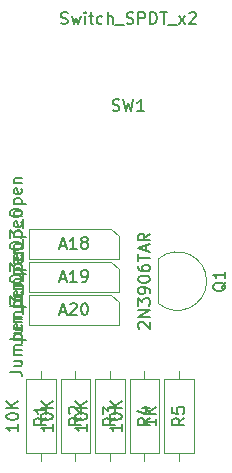
<source format=gbr>
G04 #@! TF.GenerationSoftware,KiCad,Pcbnew,(5.1.6-0-10_14)*
G04 #@! TF.CreationDate,2021-01-24T22:43:51+01:00*
G04 #@! TF.ProjectId,27c322,32376333-3232-42e6-9b69-6361645f7063,rev?*
G04 #@! TF.SameCoordinates,Original*
G04 #@! TF.FileFunction,Other,Fab,Top*
%FSLAX46Y46*%
G04 Gerber Fmt 4.6, Leading zero omitted, Abs format (unit mm)*
G04 Created by KiCad (PCBNEW (5.1.6-0-10_14)) date 2021-01-24 22:43:51*
%MOMM*%
%LPD*%
G01*
G04 APERTURE LIST*
%ADD10C,0.100000*%
%ADD11C,0.150000*%
G04 APERTURE END LIST*
D10*
X124333000Y-92710000D02*
X124333000Y-94615000D01*
X124333000Y-94615000D02*
X116713000Y-94615000D01*
X116713000Y-94615000D02*
X116713000Y-92075000D01*
X116713000Y-92075000D02*
X123698000Y-92075000D01*
X123698000Y-92075000D02*
X124333000Y-92710000D01*
X124333000Y-89916000D02*
X124333000Y-91821000D01*
X124333000Y-91821000D02*
X116713000Y-91821000D01*
X116713000Y-91821000D02*
X116713000Y-89281000D01*
X116713000Y-89281000D02*
X123698000Y-89281000D01*
X123698000Y-89281000D02*
X124333000Y-89916000D01*
X124333000Y-87122000D02*
X124333000Y-89027000D01*
X124333000Y-89027000D02*
X116713000Y-89027000D01*
X116713000Y-89027000D02*
X116713000Y-86487000D01*
X116713000Y-86487000D02*
X123698000Y-86487000D01*
X123698000Y-86487000D02*
X124333000Y-87122000D01*
X130663000Y-99212000D02*
X128163000Y-99212000D01*
X128163000Y-99212000D02*
X128163000Y-105512000D01*
X128163000Y-105512000D02*
X130663000Y-105512000D01*
X130663000Y-105512000D02*
X130663000Y-99212000D01*
X129413000Y-98552000D02*
X129413000Y-99212000D01*
X129413000Y-106172000D02*
X129413000Y-105512000D01*
X127742000Y-99212000D02*
X125242000Y-99212000D01*
X125242000Y-99212000D02*
X125242000Y-105512000D01*
X125242000Y-105512000D02*
X127742000Y-105512000D01*
X127742000Y-105512000D02*
X127742000Y-99212000D01*
X126492000Y-98552000D02*
X126492000Y-99212000D01*
X126492000Y-106172000D02*
X126492000Y-105512000D01*
X124821000Y-99212000D02*
X122321000Y-99212000D01*
X122321000Y-99212000D02*
X122321000Y-105512000D01*
X122321000Y-105512000D02*
X124821000Y-105512000D01*
X124821000Y-105512000D02*
X124821000Y-99212000D01*
X123571000Y-98552000D02*
X123571000Y-99212000D01*
X123571000Y-106172000D02*
X123571000Y-105512000D01*
X121900000Y-99212000D02*
X119400000Y-99212000D01*
X119400000Y-99212000D02*
X119400000Y-105512000D01*
X119400000Y-105512000D02*
X121900000Y-105512000D01*
X121900000Y-105512000D02*
X121900000Y-99212000D01*
X120650000Y-98552000D02*
X120650000Y-99212000D01*
X120650000Y-106172000D02*
X120650000Y-105512000D01*
X118979000Y-99212000D02*
X116479000Y-99212000D01*
X116479000Y-99212000D02*
X116479000Y-105512000D01*
X116479000Y-105512000D02*
X118979000Y-105512000D01*
X118979000Y-105512000D02*
X118979000Y-99212000D01*
X117729000Y-98552000D02*
X117729000Y-99212000D01*
X117729000Y-106172000D02*
X117729000Y-105512000D01*
X127686000Y-89042000D02*
X127686000Y-92792000D01*
X127693453Y-92833103D02*
G75*
G03*
X131766000Y-90932000I1592547J1901103D01*
G01*
X127683615Y-89039182D02*
G75*
G02*
X131766000Y-90932000I1602385J-1892818D01*
G01*
D11*
X115105380Y-98606904D02*
X115819666Y-98606904D01*
X115962523Y-98654523D01*
X116057761Y-98749761D01*
X116105380Y-98892619D01*
X116105380Y-98987857D01*
X115438714Y-97702142D02*
X116105380Y-97702142D01*
X115438714Y-98130714D02*
X115962523Y-98130714D01*
X116057761Y-98083095D01*
X116105380Y-97987857D01*
X116105380Y-97845000D01*
X116057761Y-97749761D01*
X116010142Y-97702142D01*
X116105380Y-97225952D02*
X115438714Y-97225952D01*
X115533952Y-97225952D02*
X115486333Y-97178333D01*
X115438714Y-97083095D01*
X115438714Y-96940238D01*
X115486333Y-96845000D01*
X115581571Y-96797380D01*
X116105380Y-96797380D01*
X115581571Y-96797380D02*
X115486333Y-96749761D01*
X115438714Y-96654523D01*
X115438714Y-96511666D01*
X115486333Y-96416428D01*
X115581571Y-96368809D01*
X116105380Y-96368809D01*
X115438714Y-95892619D02*
X116438714Y-95892619D01*
X115486333Y-95892619D02*
X115438714Y-95797380D01*
X115438714Y-95606904D01*
X115486333Y-95511666D01*
X115533952Y-95464047D01*
X115629190Y-95416428D01*
X115914904Y-95416428D01*
X116010142Y-95464047D01*
X116057761Y-95511666D01*
X116105380Y-95606904D01*
X116105380Y-95797380D01*
X116057761Y-95892619D01*
X116057761Y-94606904D02*
X116105380Y-94702142D01*
X116105380Y-94892619D01*
X116057761Y-94987857D01*
X115962523Y-95035476D01*
X115581571Y-95035476D01*
X115486333Y-94987857D01*
X115438714Y-94892619D01*
X115438714Y-94702142D01*
X115486333Y-94606904D01*
X115581571Y-94559285D01*
X115676809Y-94559285D01*
X115772047Y-95035476D01*
X116105380Y-94130714D02*
X115438714Y-94130714D01*
X115629190Y-94130714D02*
X115533952Y-94083095D01*
X115486333Y-94035476D01*
X115438714Y-93940238D01*
X115438714Y-93845000D01*
X116200619Y-93749761D02*
X116200619Y-92987857D01*
X115105380Y-92845000D02*
X115105380Y-92225952D01*
X115486333Y-92559285D01*
X115486333Y-92416428D01*
X115533952Y-92321190D01*
X115581571Y-92273571D01*
X115676809Y-92225952D01*
X115914904Y-92225952D01*
X116010142Y-92273571D01*
X116057761Y-92321190D01*
X116105380Y-92416428D01*
X116105380Y-92702142D01*
X116057761Y-92797380D01*
X116010142Y-92845000D01*
X116200619Y-92035476D02*
X116200619Y-91273571D01*
X115105380Y-90845000D02*
X115105380Y-90654523D01*
X115153000Y-90559285D01*
X115248238Y-90464047D01*
X115438714Y-90416428D01*
X115772047Y-90416428D01*
X115962523Y-90464047D01*
X116057761Y-90559285D01*
X116105380Y-90654523D01*
X116105380Y-90845000D01*
X116057761Y-90940238D01*
X115962523Y-91035476D01*
X115772047Y-91083095D01*
X115438714Y-91083095D01*
X115248238Y-91035476D01*
X115153000Y-90940238D01*
X115105380Y-90845000D01*
X115438714Y-89987857D02*
X116438714Y-89987857D01*
X115486333Y-89987857D02*
X115438714Y-89892619D01*
X115438714Y-89702142D01*
X115486333Y-89606904D01*
X115533952Y-89559285D01*
X115629190Y-89511666D01*
X115914904Y-89511666D01*
X116010142Y-89559285D01*
X116057761Y-89606904D01*
X116105380Y-89702142D01*
X116105380Y-89892619D01*
X116057761Y-89987857D01*
X116057761Y-88702142D02*
X116105380Y-88797380D01*
X116105380Y-88987857D01*
X116057761Y-89083095D01*
X115962523Y-89130714D01*
X115581571Y-89130714D01*
X115486333Y-89083095D01*
X115438714Y-88987857D01*
X115438714Y-88797380D01*
X115486333Y-88702142D01*
X115581571Y-88654523D01*
X115676809Y-88654523D01*
X115772047Y-89130714D01*
X115438714Y-88225952D02*
X116105380Y-88225952D01*
X115533952Y-88225952D02*
X115486333Y-88178333D01*
X115438714Y-88083095D01*
X115438714Y-87940238D01*
X115486333Y-87845000D01*
X115581571Y-87797380D01*
X116105380Y-87797380D01*
X119332523Y-93511666D02*
X119808714Y-93511666D01*
X119237285Y-93797380D02*
X119570619Y-92797380D01*
X119903952Y-93797380D01*
X120189666Y-92892619D02*
X120237285Y-92845000D01*
X120332523Y-92797380D01*
X120570619Y-92797380D01*
X120665857Y-92845000D01*
X120713476Y-92892619D01*
X120761095Y-92987857D01*
X120761095Y-93083095D01*
X120713476Y-93225952D01*
X120142047Y-93797380D01*
X120761095Y-93797380D01*
X121380142Y-92797380D02*
X121475380Y-92797380D01*
X121570619Y-92845000D01*
X121618238Y-92892619D01*
X121665857Y-92987857D01*
X121713476Y-93178333D01*
X121713476Y-93416428D01*
X121665857Y-93606904D01*
X121618238Y-93702142D01*
X121570619Y-93749761D01*
X121475380Y-93797380D01*
X121380142Y-93797380D01*
X121284904Y-93749761D01*
X121237285Y-93702142D01*
X121189666Y-93606904D01*
X121142047Y-93416428D01*
X121142047Y-93178333D01*
X121189666Y-92987857D01*
X121237285Y-92892619D01*
X121284904Y-92845000D01*
X121380142Y-92797380D01*
X115105380Y-95812904D02*
X115819666Y-95812904D01*
X115962523Y-95860523D01*
X116057761Y-95955761D01*
X116105380Y-96098619D01*
X116105380Y-96193857D01*
X115438714Y-94908142D02*
X116105380Y-94908142D01*
X115438714Y-95336714D02*
X115962523Y-95336714D01*
X116057761Y-95289095D01*
X116105380Y-95193857D01*
X116105380Y-95051000D01*
X116057761Y-94955761D01*
X116010142Y-94908142D01*
X116105380Y-94431952D02*
X115438714Y-94431952D01*
X115533952Y-94431952D02*
X115486333Y-94384333D01*
X115438714Y-94289095D01*
X115438714Y-94146238D01*
X115486333Y-94051000D01*
X115581571Y-94003380D01*
X116105380Y-94003380D01*
X115581571Y-94003380D02*
X115486333Y-93955761D01*
X115438714Y-93860523D01*
X115438714Y-93717666D01*
X115486333Y-93622428D01*
X115581571Y-93574809D01*
X116105380Y-93574809D01*
X115438714Y-93098619D02*
X116438714Y-93098619D01*
X115486333Y-93098619D02*
X115438714Y-93003380D01*
X115438714Y-92812904D01*
X115486333Y-92717666D01*
X115533952Y-92670047D01*
X115629190Y-92622428D01*
X115914904Y-92622428D01*
X116010142Y-92670047D01*
X116057761Y-92717666D01*
X116105380Y-92812904D01*
X116105380Y-93003380D01*
X116057761Y-93098619D01*
X116057761Y-91812904D02*
X116105380Y-91908142D01*
X116105380Y-92098619D01*
X116057761Y-92193857D01*
X115962523Y-92241476D01*
X115581571Y-92241476D01*
X115486333Y-92193857D01*
X115438714Y-92098619D01*
X115438714Y-91908142D01*
X115486333Y-91812904D01*
X115581571Y-91765285D01*
X115676809Y-91765285D01*
X115772047Y-92241476D01*
X116105380Y-91336714D02*
X115438714Y-91336714D01*
X115629190Y-91336714D02*
X115533952Y-91289095D01*
X115486333Y-91241476D01*
X115438714Y-91146238D01*
X115438714Y-91051000D01*
X116200619Y-90955761D02*
X116200619Y-90193857D01*
X115105380Y-90051000D02*
X115105380Y-89431952D01*
X115486333Y-89765285D01*
X115486333Y-89622428D01*
X115533952Y-89527190D01*
X115581571Y-89479571D01*
X115676809Y-89431952D01*
X115914904Y-89431952D01*
X116010142Y-89479571D01*
X116057761Y-89527190D01*
X116105380Y-89622428D01*
X116105380Y-89908142D01*
X116057761Y-90003380D01*
X116010142Y-90051000D01*
X116200619Y-89241476D02*
X116200619Y-88479571D01*
X115105380Y-88051000D02*
X115105380Y-87860523D01*
X115153000Y-87765285D01*
X115248238Y-87670047D01*
X115438714Y-87622428D01*
X115772047Y-87622428D01*
X115962523Y-87670047D01*
X116057761Y-87765285D01*
X116105380Y-87860523D01*
X116105380Y-88051000D01*
X116057761Y-88146238D01*
X115962523Y-88241476D01*
X115772047Y-88289095D01*
X115438714Y-88289095D01*
X115248238Y-88241476D01*
X115153000Y-88146238D01*
X115105380Y-88051000D01*
X115438714Y-87193857D02*
X116438714Y-87193857D01*
X115486333Y-87193857D02*
X115438714Y-87098619D01*
X115438714Y-86908142D01*
X115486333Y-86812904D01*
X115533952Y-86765285D01*
X115629190Y-86717666D01*
X115914904Y-86717666D01*
X116010142Y-86765285D01*
X116057761Y-86812904D01*
X116105380Y-86908142D01*
X116105380Y-87098619D01*
X116057761Y-87193857D01*
X116057761Y-85908142D02*
X116105380Y-86003380D01*
X116105380Y-86193857D01*
X116057761Y-86289095D01*
X115962523Y-86336714D01*
X115581571Y-86336714D01*
X115486333Y-86289095D01*
X115438714Y-86193857D01*
X115438714Y-86003380D01*
X115486333Y-85908142D01*
X115581571Y-85860523D01*
X115676809Y-85860523D01*
X115772047Y-86336714D01*
X115438714Y-85431952D02*
X116105380Y-85431952D01*
X115533952Y-85431952D02*
X115486333Y-85384333D01*
X115438714Y-85289095D01*
X115438714Y-85146238D01*
X115486333Y-85051000D01*
X115581571Y-85003380D01*
X116105380Y-85003380D01*
X119332523Y-90717666D02*
X119808714Y-90717666D01*
X119237285Y-91003380D02*
X119570619Y-90003380D01*
X119903952Y-91003380D01*
X120761095Y-91003380D02*
X120189666Y-91003380D01*
X120475380Y-91003380D02*
X120475380Y-90003380D01*
X120380142Y-90146238D01*
X120284904Y-90241476D01*
X120189666Y-90289095D01*
X121237285Y-91003380D02*
X121427761Y-91003380D01*
X121523000Y-90955761D01*
X121570619Y-90908142D01*
X121665857Y-90765285D01*
X121713476Y-90574809D01*
X121713476Y-90193857D01*
X121665857Y-90098619D01*
X121618238Y-90051000D01*
X121523000Y-90003380D01*
X121332523Y-90003380D01*
X121237285Y-90051000D01*
X121189666Y-90098619D01*
X121142047Y-90193857D01*
X121142047Y-90431952D01*
X121189666Y-90527190D01*
X121237285Y-90574809D01*
X121332523Y-90622428D01*
X121523000Y-90622428D01*
X121618238Y-90574809D01*
X121665857Y-90527190D01*
X121713476Y-90431952D01*
X115105380Y-93018904D02*
X115819666Y-93018904D01*
X115962523Y-93066523D01*
X116057761Y-93161761D01*
X116105380Y-93304619D01*
X116105380Y-93399857D01*
X115438714Y-92114142D02*
X116105380Y-92114142D01*
X115438714Y-92542714D02*
X115962523Y-92542714D01*
X116057761Y-92495095D01*
X116105380Y-92399857D01*
X116105380Y-92257000D01*
X116057761Y-92161761D01*
X116010142Y-92114142D01*
X116105380Y-91637952D02*
X115438714Y-91637952D01*
X115533952Y-91637952D02*
X115486333Y-91590333D01*
X115438714Y-91495095D01*
X115438714Y-91352238D01*
X115486333Y-91257000D01*
X115581571Y-91209380D01*
X116105380Y-91209380D01*
X115581571Y-91209380D02*
X115486333Y-91161761D01*
X115438714Y-91066523D01*
X115438714Y-90923666D01*
X115486333Y-90828428D01*
X115581571Y-90780809D01*
X116105380Y-90780809D01*
X115438714Y-90304619D02*
X116438714Y-90304619D01*
X115486333Y-90304619D02*
X115438714Y-90209380D01*
X115438714Y-90018904D01*
X115486333Y-89923666D01*
X115533952Y-89876047D01*
X115629190Y-89828428D01*
X115914904Y-89828428D01*
X116010142Y-89876047D01*
X116057761Y-89923666D01*
X116105380Y-90018904D01*
X116105380Y-90209380D01*
X116057761Y-90304619D01*
X116057761Y-89018904D02*
X116105380Y-89114142D01*
X116105380Y-89304619D01*
X116057761Y-89399857D01*
X115962523Y-89447476D01*
X115581571Y-89447476D01*
X115486333Y-89399857D01*
X115438714Y-89304619D01*
X115438714Y-89114142D01*
X115486333Y-89018904D01*
X115581571Y-88971285D01*
X115676809Y-88971285D01*
X115772047Y-89447476D01*
X116105380Y-88542714D02*
X115438714Y-88542714D01*
X115629190Y-88542714D02*
X115533952Y-88495095D01*
X115486333Y-88447476D01*
X115438714Y-88352238D01*
X115438714Y-88257000D01*
X116200619Y-88161761D02*
X116200619Y-87399857D01*
X115105380Y-87257000D02*
X115105380Y-86637952D01*
X115486333Y-86971285D01*
X115486333Y-86828428D01*
X115533952Y-86733190D01*
X115581571Y-86685571D01*
X115676809Y-86637952D01*
X115914904Y-86637952D01*
X116010142Y-86685571D01*
X116057761Y-86733190D01*
X116105380Y-86828428D01*
X116105380Y-87114142D01*
X116057761Y-87209380D01*
X116010142Y-87257000D01*
X116200619Y-86447476D02*
X116200619Y-85685571D01*
X115105380Y-85257000D02*
X115105380Y-85066523D01*
X115153000Y-84971285D01*
X115248238Y-84876047D01*
X115438714Y-84828428D01*
X115772047Y-84828428D01*
X115962523Y-84876047D01*
X116057761Y-84971285D01*
X116105380Y-85066523D01*
X116105380Y-85257000D01*
X116057761Y-85352238D01*
X115962523Y-85447476D01*
X115772047Y-85495095D01*
X115438714Y-85495095D01*
X115248238Y-85447476D01*
X115153000Y-85352238D01*
X115105380Y-85257000D01*
X115438714Y-84399857D02*
X116438714Y-84399857D01*
X115486333Y-84399857D02*
X115438714Y-84304619D01*
X115438714Y-84114142D01*
X115486333Y-84018904D01*
X115533952Y-83971285D01*
X115629190Y-83923666D01*
X115914904Y-83923666D01*
X116010142Y-83971285D01*
X116057761Y-84018904D01*
X116105380Y-84114142D01*
X116105380Y-84304619D01*
X116057761Y-84399857D01*
X116057761Y-83114142D02*
X116105380Y-83209380D01*
X116105380Y-83399857D01*
X116057761Y-83495095D01*
X115962523Y-83542714D01*
X115581571Y-83542714D01*
X115486333Y-83495095D01*
X115438714Y-83399857D01*
X115438714Y-83209380D01*
X115486333Y-83114142D01*
X115581571Y-83066523D01*
X115676809Y-83066523D01*
X115772047Y-83542714D01*
X115438714Y-82637952D02*
X116105380Y-82637952D01*
X115533952Y-82637952D02*
X115486333Y-82590333D01*
X115438714Y-82495095D01*
X115438714Y-82352238D01*
X115486333Y-82257000D01*
X115581571Y-82209380D01*
X116105380Y-82209380D01*
X119332523Y-87923666D02*
X119808714Y-87923666D01*
X119237285Y-88209380D02*
X119570619Y-87209380D01*
X119903952Y-88209380D01*
X120761095Y-88209380D02*
X120189666Y-88209380D01*
X120475380Y-88209380D02*
X120475380Y-87209380D01*
X120380142Y-87352238D01*
X120284904Y-87447476D01*
X120189666Y-87495095D01*
X121332523Y-87637952D02*
X121237285Y-87590333D01*
X121189666Y-87542714D01*
X121142047Y-87447476D01*
X121142047Y-87399857D01*
X121189666Y-87304619D01*
X121237285Y-87257000D01*
X121332523Y-87209380D01*
X121523000Y-87209380D01*
X121618238Y-87257000D01*
X121665857Y-87304619D01*
X121713476Y-87399857D01*
X121713476Y-87447476D01*
X121665857Y-87542714D01*
X121618238Y-87590333D01*
X121523000Y-87637952D01*
X121332523Y-87637952D01*
X121237285Y-87685571D01*
X121189666Y-87733190D01*
X121142047Y-87828428D01*
X121142047Y-88018904D01*
X121189666Y-88114142D01*
X121237285Y-88161761D01*
X121332523Y-88209380D01*
X121523000Y-88209380D01*
X121618238Y-88161761D01*
X121665857Y-88114142D01*
X121713476Y-88018904D01*
X121713476Y-87828428D01*
X121665857Y-87733190D01*
X121618238Y-87685571D01*
X121523000Y-87637952D01*
X127495380Y-102576285D02*
X127495380Y-103147714D01*
X127495380Y-102862000D02*
X126495380Y-102862000D01*
X126638238Y-102957238D01*
X126733476Y-103052476D01*
X126781095Y-103147714D01*
X127495380Y-102147714D02*
X126495380Y-102147714D01*
X127495380Y-101576285D02*
X126923952Y-102004857D01*
X126495380Y-101576285D02*
X127066809Y-102147714D01*
X129865380Y-102528666D02*
X129389190Y-102862000D01*
X129865380Y-103100095D02*
X128865380Y-103100095D01*
X128865380Y-102719142D01*
X128913000Y-102623904D01*
X128960619Y-102576285D01*
X129055857Y-102528666D01*
X129198714Y-102528666D01*
X129293952Y-102576285D01*
X129341571Y-102623904D01*
X129389190Y-102719142D01*
X129389190Y-103100095D01*
X128865380Y-101623904D02*
X128865380Y-102100095D01*
X129341571Y-102147714D01*
X129293952Y-102100095D01*
X129246333Y-102004857D01*
X129246333Y-101766761D01*
X129293952Y-101671523D01*
X129341571Y-101623904D01*
X129436809Y-101576285D01*
X129674904Y-101576285D01*
X129770142Y-101623904D01*
X129817761Y-101671523D01*
X129865380Y-101766761D01*
X129865380Y-102004857D01*
X129817761Y-102100095D01*
X129770142Y-102147714D01*
X124574380Y-103052476D02*
X124574380Y-103623904D01*
X124574380Y-103338190D02*
X123574380Y-103338190D01*
X123717238Y-103433428D01*
X123812476Y-103528666D01*
X123860095Y-103623904D01*
X123574380Y-102433428D02*
X123574380Y-102338190D01*
X123622000Y-102242952D01*
X123669619Y-102195333D01*
X123764857Y-102147714D01*
X123955333Y-102100095D01*
X124193428Y-102100095D01*
X124383904Y-102147714D01*
X124479142Y-102195333D01*
X124526761Y-102242952D01*
X124574380Y-102338190D01*
X124574380Y-102433428D01*
X124526761Y-102528666D01*
X124479142Y-102576285D01*
X124383904Y-102623904D01*
X124193428Y-102671523D01*
X123955333Y-102671523D01*
X123764857Y-102623904D01*
X123669619Y-102576285D01*
X123622000Y-102528666D01*
X123574380Y-102433428D01*
X124574380Y-101671523D02*
X123574380Y-101671523D01*
X124574380Y-101100095D02*
X124002952Y-101528666D01*
X123574380Y-101100095D02*
X124145809Y-101671523D01*
X126944380Y-102528666D02*
X126468190Y-102862000D01*
X126944380Y-103100095D02*
X125944380Y-103100095D01*
X125944380Y-102719142D01*
X125992000Y-102623904D01*
X126039619Y-102576285D01*
X126134857Y-102528666D01*
X126277714Y-102528666D01*
X126372952Y-102576285D01*
X126420571Y-102623904D01*
X126468190Y-102719142D01*
X126468190Y-103100095D01*
X126277714Y-101671523D02*
X126944380Y-101671523D01*
X125896761Y-101909619D02*
X126611047Y-102147714D01*
X126611047Y-101528666D01*
X121653380Y-103052476D02*
X121653380Y-103623904D01*
X121653380Y-103338190D02*
X120653380Y-103338190D01*
X120796238Y-103433428D01*
X120891476Y-103528666D01*
X120939095Y-103623904D01*
X120653380Y-102433428D02*
X120653380Y-102338190D01*
X120701000Y-102242952D01*
X120748619Y-102195333D01*
X120843857Y-102147714D01*
X121034333Y-102100095D01*
X121272428Y-102100095D01*
X121462904Y-102147714D01*
X121558142Y-102195333D01*
X121605761Y-102242952D01*
X121653380Y-102338190D01*
X121653380Y-102433428D01*
X121605761Y-102528666D01*
X121558142Y-102576285D01*
X121462904Y-102623904D01*
X121272428Y-102671523D01*
X121034333Y-102671523D01*
X120843857Y-102623904D01*
X120748619Y-102576285D01*
X120701000Y-102528666D01*
X120653380Y-102433428D01*
X121653380Y-101671523D02*
X120653380Y-101671523D01*
X121653380Y-101100095D02*
X121081952Y-101528666D01*
X120653380Y-101100095D02*
X121224809Y-101671523D01*
X124023380Y-102528666D02*
X123547190Y-102862000D01*
X124023380Y-103100095D02*
X123023380Y-103100095D01*
X123023380Y-102719142D01*
X123071000Y-102623904D01*
X123118619Y-102576285D01*
X123213857Y-102528666D01*
X123356714Y-102528666D01*
X123451952Y-102576285D01*
X123499571Y-102623904D01*
X123547190Y-102719142D01*
X123547190Y-103100095D01*
X123023380Y-102195333D02*
X123023380Y-101576285D01*
X123404333Y-101909619D01*
X123404333Y-101766761D01*
X123451952Y-101671523D01*
X123499571Y-101623904D01*
X123594809Y-101576285D01*
X123832904Y-101576285D01*
X123928142Y-101623904D01*
X123975761Y-101671523D01*
X124023380Y-101766761D01*
X124023380Y-102052476D01*
X123975761Y-102147714D01*
X123928142Y-102195333D01*
X118732380Y-103052476D02*
X118732380Y-103623904D01*
X118732380Y-103338190D02*
X117732380Y-103338190D01*
X117875238Y-103433428D01*
X117970476Y-103528666D01*
X118018095Y-103623904D01*
X117732380Y-102433428D02*
X117732380Y-102338190D01*
X117780000Y-102242952D01*
X117827619Y-102195333D01*
X117922857Y-102147714D01*
X118113333Y-102100095D01*
X118351428Y-102100095D01*
X118541904Y-102147714D01*
X118637142Y-102195333D01*
X118684761Y-102242952D01*
X118732380Y-102338190D01*
X118732380Y-102433428D01*
X118684761Y-102528666D01*
X118637142Y-102576285D01*
X118541904Y-102623904D01*
X118351428Y-102671523D01*
X118113333Y-102671523D01*
X117922857Y-102623904D01*
X117827619Y-102576285D01*
X117780000Y-102528666D01*
X117732380Y-102433428D01*
X118732380Y-101671523D02*
X117732380Y-101671523D01*
X118732380Y-101100095D02*
X118160952Y-101528666D01*
X117732380Y-101100095D02*
X118303809Y-101671523D01*
X121102380Y-102528666D02*
X120626190Y-102862000D01*
X121102380Y-103100095D02*
X120102380Y-103100095D01*
X120102380Y-102719142D01*
X120150000Y-102623904D01*
X120197619Y-102576285D01*
X120292857Y-102528666D01*
X120435714Y-102528666D01*
X120530952Y-102576285D01*
X120578571Y-102623904D01*
X120626190Y-102719142D01*
X120626190Y-103100095D01*
X120197619Y-102147714D02*
X120150000Y-102100095D01*
X120102380Y-102004857D01*
X120102380Y-101766761D01*
X120150000Y-101671523D01*
X120197619Y-101623904D01*
X120292857Y-101576285D01*
X120388095Y-101576285D01*
X120530952Y-101623904D01*
X121102380Y-102195333D01*
X121102380Y-101576285D01*
X115811380Y-103052476D02*
X115811380Y-103623904D01*
X115811380Y-103338190D02*
X114811380Y-103338190D01*
X114954238Y-103433428D01*
X115049476Y-103528666D01*
X115097095Y-103623904D01*
X114811380Y-102433428D02*
X114811380Y-102338190D01*
X114859000Y-102242952D01*
X114906619Y-102195333D01*
X115001857Y-102147714D01*
X115192333Y-102100095D01*
X115430428Y-102100095D01*
X115620904Y-102147714D01*
X115716142Y-102195333D01*
X115763761Y-102242952D01*
X115811380Y-102338190D01*
X115811380Y-102433428D01*
X115763761Y-102528666D01*
X115716142Y-102576285D01*
X115620904Y-102623904D01*
X115430428Y-102671523D01*
X115192333Y-102671523D01*
X115001857Y-102623904D01*
X114906619Y-102576285D01*
X114859000Y-102528666D01*
X114811380Y-102433428D01*
X115811380Y-101671523D02*
X114811380Y-101671523D01*
X115811380Y-101100095D02*
X115239952Y-101528666D01*
X114811380Y-101100095D02*
X115382809Y-101671523D01*
X118181380Y-102528666D02*
X117705190Y-102862000D01*
X118181380Y-103100095D02*
X117181380Y-103100095D01*
X117181380Y-102719142D01*
X117229000Y-102623904D01*
X117276619Y-102576285D01*
X117371857Y-102528666D01*
X117514714Y-102528666D01*
X117609952Y-102576285D01*
X117657571Y-102623904D01*
X117705190Y-102719142D01*
X117705190Y-103100095D01*
X118181380Y-101576285D02*
X118181380Y-102147714D01*
X118181380Y-101862000D02*
X117181380Y-101862000D01*
X117324238Y-101957238D01*
X117419476Y-102052476D01*
X117467095Y-102147714D01*
X126043619Y-94955809D02*
X125996000Y-94908190D01*
X125948380Y-94812952D01*
X125948380Y-94574857D01*
X125996000Y-94479619D01*
X126043619Y-94432000D01*
X126138857Y-94384380D01*
X126234095Y-94384380D01*
X126376952Y-94432000D01*
X126948380Y-95003428D01*
X126948380Y-94384380D01*
X126948380Y-93955809D02*
X125948380Y-93955809D01*
X126948380Y-93384380D01*
X125948380Y-93384380D01*
X125948380Y-93003428D02*
X125948380Y-92384380D01*
X126329333Y-92717714D01*
X126329333Y-92574857D01*
X126376952Y-92479619D01*
X126424571Y-92432000D01*
X126519809Y-92384380D01*
X126757904Y-92384380D01*
X126853142Y-92432000D01*
X126900761Y-92479619D01*
X126948380Y-92574857D01*
X126948380Y-92860571D01*
X126900761Y-92955809D01*
X126853142Y-93003428D01*
X126948380Y-91908190D02*
X126948380Y-91717714D01*
X126900761Y-91622476D01*
X126853142Y-91574857D01*
X126710285Y-91479619D01*
X126519809Y-91432000D01*
X126138857Y-91432000D01*
X126043619Y-91479619D01*
X125996000Y-91527238D01*
X125948380Y-91622476D01*
X125948380Y-91812952D01*
X125996000Y-91908190D01*
X126043619Y-91955809D01*
X126138857Y-92003428D01*
X126376952Y-92003428D01*
X126472190Y-91955809D01*
X126519809Y-91908190D01*
X126567428Y-91812952D01*
X126567428Y-91622476D01*
X126519809Y-91527238D01*
X126472190Y-91479619D01*
X126376952Y-91432000D01*
X125948380Y-90812952D02*
X125948380Y-90717714D01*
X125996000Y-90622476D01*
X126043619Y-90574857D01*
X126138857Y-90527238D01*
X126329333Y-90479619D01*
X126567428Y-90479619D01*
X126757904Y-90527238D01*
X126853142Y-90574857D01*
X126900761Y-90622476D01*
X126948380Y-90717714D01*
X126948380Y-90812952D01*
X126900761Y-90908190D01*
X126853142Y-90955809D01*
X126757904Y-91003428D01*
X126567428Y-91051047D01*
X126329333Y-91051047D01*
X126138857Y-91003428D01*
X126043619Y-90955809D01*
X125996000Y-90908190D01*
X125948380Y-90812952D01*
X125948380Y-89622476D02*
X125948380Y-89812952D01*
X125996000Y-89908190D01*
X126043619Y-89955809D01*
X126186476Y-90051047D01*
X126376952Y-90098666D01*
X126757904Y-90098666D01*
X126853142Y-90051047D01*
X126900761Y-90003428D01*
X126948380Y-89908190D01*
X126948380Y-89717714D01*
X126900761Y-89622476D01*
X126853142Y-89574857D01*
X126757904Y-89527238D01*
X126519809Y-89527238D01*
X126424571Y-89574857D01*
X126376952Y-89622476D01*
X126329333Y-89717714D01*
X126329333Y-89908190D01*
X126376952Y-90003428D01*
X126424571Y-90051047D01*
X126519809Y-90098666D01*
X125948380Y-89241523D02*
X125948380Y-88670095D01*
X126948380Y-88955809D02*
X125948380Y-88955809D01*
X126662666Y-88384380D02*
X126662666Y-87908190D01*
X126948380Y-88479619D02*
X125948380Y-88146285D01*
X126948380Y-87812952D01*
X126948380Y-86908190D02*
X126472190Y-87241523D01*
X126948380Y-87479619D02*
X125948380Y-87479619D01*
X125948380Y-87098666D01*
X125996000Y-87003428D01*
X126043619Y-86955809D01*
X126138857Y-86908190D01*
X126281714Y-86908190D01*
X126376952Y-86955809D01*
X126424571Y-87003428D01*
X126472190Y-87098666D01*
X126472190Y-87479619D01*
X133393619Y-91027238D02*
X133346000Y-91122476D01*
X133250761Y-91217714D01*
X133107904Y-91360571D01*
X133060285Y-91455809D01*
X133060285Y-91551047D01*
X133298380Y-91503428D02*
X133250761Y-91598666D01*
X133155523Y-91693904D01*
X132965047Y-91741523D01*
X132631714Y-91741523D01*
X132441238Y-91693904D01*
X132346000Y-91598666D01*
X132298380Y-91503428D01*
X132298380Y-91312952D01*
X132346000Y-91217714D01*
X132441238Y-91122476D01*
X132631714Y-91074857D01*
X132965047Y-91074857D01*
X133155523Y-91122476D01*
X133250761Y-91217714D01*
X133298380Y-91312952D01*
X133298380Y-91503428D01*
X133298380Y-90122476D02*
X133298380Y-90693904D01*
X133298380Y-90408190D02*
X132298380Y-90408190D01*
X132441238Y-90503428D01*
X132536476Y-90598666D01*
X132584095Y-90693904D01*
X119420714Y-69111761D02*
X119563571Y-69159380D01*
X119801666Y-69159380D01*
X119896904Y-69111761D01*
X119944523Y-69064142D01*
X119992142Y-68968904D01*
X119992142Y-68873666D01*
X119944523Y-68778428D01*
X119896904Y-68730809D01*
X119801666Y-68683190D01*
X119611190Y-68635571D01*
X119515952Y-68587952D01*
X119468333Y-68540333D01*
X119420714Y-68445095D01*
X119420714Y-68349857D01*
X119468333Y-68254619D01*
X119515952Y-68207000D01*
X119611190Y-68159380D01*
X119849285Y-68159380D01*
X119992142Y-68207000D01*
X120325476Y-68492714D02*
X120515952Y-69159380D01*
X120706428Y-68683190D01*
X120896904Y-69159380D01*
X121087380Y-68492714D01*
X121468333Y-69159380D02*
X121468333Y-68492714D01*
X121468333Y-68159380D02*
X121420714Y-68207000D01*
X121468333Y-68254619D01*
X121515952Y-68207000D01*
X121468333Y-68159380D01*
X121468333Y-68254619D01*
X121801666Y-68492714D02*
X122182619Y-68492714D01*
X121944523Y-68159380D02*
X121944523Y-69016523D01*
X121992142Y-69111761D01*
X122087380Y-69159380D01*
X122182619Y-69159380D01*
X122944523Y-69111761D02*
X122849285Y-69159380D01*
X122658809Y-69159380D01*
X122563571Y-69111761D01*
X122515952Y-69064142D01*
X122468333Y-68968904D01*
X122468333Y-68683190D01*
X122515952Y-68587952D01*
X122563571Y-68540333D01*
X122658809Y-68492714D01*
X122849285Y-68492714D01*
X122944523Y-68540333D01*
X123373095Y-69159380D02*
X123373095Y-68159380D01*
X123801666Y-69159380D02*
X123801666Y-68635571D01*
X123754047Y-68540333D01*
X123658809Y-68492714D01*
X123515952Y-68492714D01*
X123420714Y-68540333D01*
X123373095Y-68587952D01*
X124039761Y-69254619D02*
X124801666Y-69254619D01*
X124992142Y-69111761D02*
X125135000Y-69159380D01*
X125373095Y-69159380D01*
X125468333Y-69111761D01*
X125515952Y-69064142D01*
X125563571Y-68968904D01*
X125563571Y-68873666D01*
X125515952Y-68778428D01*
X125468333Y-68730809D01*
X125373095Y-68683190D01*
X125182619Y-68635571D01*
X125087380Y-68587952D01*
X125039761Y-68540333D01*
X124992142Y-68445095D01*
X124992142Y-68349857D01*
X125039761Y-68254619D01*
X125087380Y-68207000D01*
X125182619Y-68159380D01*
X125420714Y-68159380D01*
X125563571Y-68207000D01*
X125992142Y-69159380D02*
X125992142Y-68159380D01*
X126373095Y-68159380D01*
X126468333Y-68207000D01*
X126515952Y-68254619D01*
X126563571Y-68349857D01*
X126563571Y-68492714D01*
X126515952Y-68587952D01*
X126468333Y-68635571D01*
X126373095Y-68683190D01*
X125992142Y-68683190D01*
X126992142Y-69159380D02*
X126992142Y-68159380D01*
X127230238Y-68159380D01*
X127373095Y-68207000D01*
X127468333Y-68302238D01*
X127515952Y-68397476D01*
X127563571Y-68587952D01*
X127563571Y-68730809D01*
X127515952Y-68921285D01*
X127468333Y-69016523D01*
X127373095Y-69111761D01*
X127230238Y-69159380D01*
X126992142Y-69159380D01*
X127849285Y-68159380D02*
X128420714Y-68159380D01*
X128135000Y-69159380D02*
X128135000Y-68159380D01*
X128515952Y-69254619D02*
X129277857Y-69254619D01*
X129420714Y-69159380D02*
X129944523Y-68492714D01*
X129420714Y-68492714D02*
X129944523Y-69159380D01*
X130277857Y-68254619D02*
X130325476Y-68207000D01*
X130420714Y-68159380D01*
X130658809Y-68159380D01*
X130754047Y-68207000D01*
X130801666Y-68254619D01*
X130849285Y-68349857D01*
X130849285Y-68445095D01*
X130801666Y-68587952D01*
X130230238Y-69159380D01*
X130849285Y-69159380D01*
X123801666Y-76476761D02*
X123944523Y-76524380D01*
X124182619Y-76524380D01*
X124277857Y-76476761D01*
X124325476Y-76429142D01*
X124373095Y-76333904D01*
X124373095Y-76238666D01*
X124325476Y-76143428D01*
X124277857Y-76095809D01*
X124182619Y-76048190D01*
X123992142Y-76000571D01*
X123896904Y-75952952D01*
X123849285Y-75905333D01*
X123801666Y-75810095D01*
X123801666Y-75714857D01*
X123849285Y-75619619D01*
X123896904Y-75572000D01*
X123992142Y-75524380D01*
X124230238Y-75524380D01*
X124373095Y-75572000D01*
X124706428Y-75524380D02*
X124944523Y-76524380D01*
X125135000Y-75810095D01*
X125325476Y-76524380D01*
X125563571Y-75524380D01*
X126468333Y-76524380D02*
X125896904Y-76524380D01*
X126182619Y-76524380D02*
X126182619Y-75524380D01*
X126087380Y-75667238D01*
X125992142Y-75762476D01*
X125896904Y-75810095D01*
M02*

</source>
